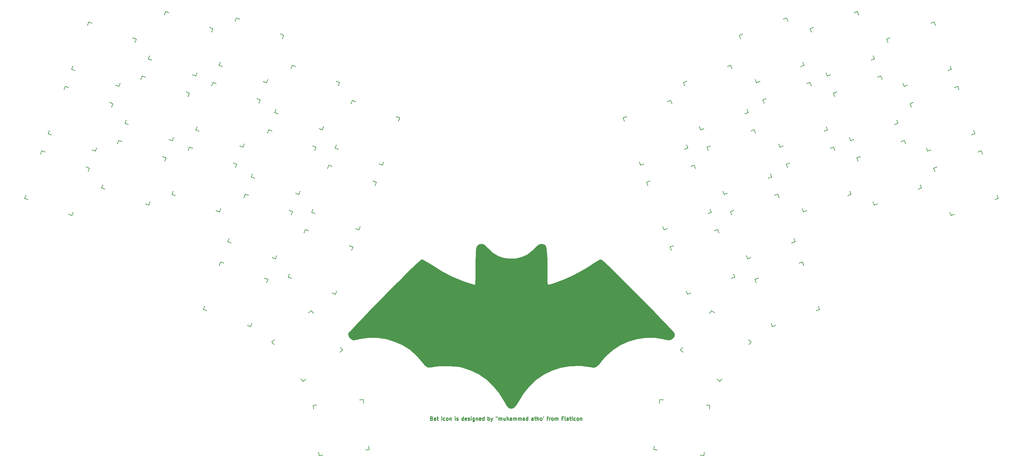
<source format=gbr>
%TF.GenerationSoftware,KiCad,Pcbnew,(7.0.0)*%
%TF.CreationDate,2023-03-24T16:17:47-04:00*%
%TF.ProjectId,pteropus,70746572-6f70-4757-932e-6b696361645f,rev?*%
%TF.SameCoordinates,Original*%
%TF.FileFunction,Legend,Top*%
%TF.FilePolarity,Positive*%
%FSLAX46Y46*%
G04 Gerber Fmt 4.6, Leading zero omitted, Abs format (unit mm)*
G04 Created by KiCad (PCBNEW (7.0.0)) date 2023-03-24 16:17:47*
%MOMM*%
%LPD*%
G01*
G04 APERTURE LIST*
%ADD10C,0.250000*%
%ADD11C,0.300000*%
%ADD12C,0.150000*%
G04 APERTURE END LIST*
D10*
X-22161905Y-100508571D02*
X-22019048Y-100556190D01*
X-22019048Y-100556190D02*
X-21971429Y-100603809D01*
X-21971429Y-100603809D02*
X-21923810Y-100699047D01*
X-21923810Y-100699047D02*
X-21923810Y-100841904D01*
X-21923810Y-100841904D02*
X-21971429Y-100937142D01*
X-21971429Y-100937142D02*
X-22019048Y-100984761D01*
X-22019048Y-100984761D02*
X-22114286Y-101032380D01*
X-22114286Y-101032380D02*
X-22495238Y-101032380D01*
X-22495238Y-101032380D02*
X-22495238Y-100032380D01*
X-22495238Y-100032380D02*
X-22161905Y-100032380D01*
X-22161905Y-100032380D02*
X-22066667Y-100080000D01*
X-22066667Y-100080000D02*
X-22019048Y-100127619D01*
X-22019048Y-100127619D02*
X-21971429Y-100222857D01*
X-21971429Y-100222857D02*
X-21971429Y-100318095D01*
X-21971429Y-100318095D02*
X-22019048Y-100413333D01*
X-22019048Y-100413333D02*
X-22066667Y-100460952D01*
X-22066667Y-100460952D02*
X-22161905Y-100508571D01*
X-22161905Y-100508571D02*
X-22495238Y-100508571D01*
X-21066667Y-101032380D02*
X-21066667Y-100508571D01*
X-21066667Y-100508571D02*
X-21114286Y-100413333D01*
X-21114286Y-100413333D02*
X-21209524Y-100365714D01*
X-21209524Y-100365714D02*
X-21400000Y-100365714D01*
X-21400000Y-100365714D02*
X-21495238Y-100413333D01*
X-21066667Y-100984761D02*
X-21161905Y-101032380D01*
X-21161905Y-101032380D02*
X-21400000Y-101032380D01*
X-21400000Y-101032380D02*
X-21495238Y-100984761D01*
X-21495238Y-100984761D02*
X-21542857Y-100889523D01*
X-21542857Y-100889523D02*
X-21542857Y-100794285D01*
X-21542857Y-100794285D02*
X-21495238Y-100699047D01*
X-21495238Y-100699047D02*
X-21400000Y-100651428D01*
X-21400000Y-100651428D02*
X-21161905Y-100651428D01*
X-21161905Y-100651428D02*
X-21066667Y-100603809D01*
X-20733333Y-100365714D02*
X-20352381Y-100365714D01*
X-20590476Y-100032380D02*
X-20590476Y-100889523D01*
X-20590476Y-100889523D02*
X-20542857Y-100984761D01*
X-20542857Y-100984761D02*
X-20447619Y-101032380D01*
X-20447619Y-101032380D02*
X-20352381Y-101032380D01*
X-19419047Y-101032380D02*
X-19419047Y-100365714D01*
X-19419047Y-100032380D02*
X-19466666Y-100080000D01*
X-19466666Y-100080000D02*
X-19419047Y-100127619D01*
X-19419047Y-100127619D02*
X-19371428Y-100080000D01*
X-19371428Y-100080000D02*
X-19419047Y-100032380D01*
X-19419047Y-100032380D02*
X-19419047Y-100127619D01*
X-18514286Y-100984761D02*
X-18609524Y-101032380D01*
X-18609524Y-101032380D02*
X-18800000Y-101032380D01*
X-18800000Y-101032380D02*
X-18895238Y-100984761D01*
X-18895238Y-100984761D02*
X-18942857Y-100937142D01*
X-18942857Y-100937142D02*
X-18990476Y-100841904D01*
X-18990476Y-100841904D02*
X-18990476Y-100556190D01*
X-18990476Y-100556190D02*
X-18942857Y-100460952D01*
X-18942857Y-100460952D02*
X-18895238Y-100413333D01*
X-18895238Y-100413333D02*
X-18800000Y-100365714D01*
X-18800000Y-100365714D02*
X-18609524Y-100365714D01*
X-18609524Y-100365714D02*
X-18514286Y-100413333D01*
X-17942857Y-101032380D02*
X-18038095Y-100984761D01*
X-18038095Y-100984761D02*
X-18085714Y-100937142D01*
X-18085714Y-100937142D02*
X-18133333Y-100841904D01*
X-18133333Y-100841904D02*
X-18133333Y-100556190D01*
X-18133333Y-100556190D02*
X-18085714Y-100460952D01*
X-18085714Y-100460952D02*
X-18038095Y-100413333D01*
X-18038095Y-100413333D02*
X-17942857Y-100365714D01*
X-17942857Y-100365714D02*
X-17800000Y-100365714D01*
X-17800000Y-100365714D02*
X-17704762Y-100413333D01*
X-17704762Y-100413333D02*
X-17657143Y-100460952D01*
X-17657143Y-100460952D02*
X-17609524Y-100556190D01*
X-17609524Y-100556190D02*
X-17609524Y-100841904D01*
X-17609524Y-100841904D02*
X-17657143Y-100937142D01*
X-17657143Y-100937142D02*
X-17704762Y-100984761D01*
X-17704762Y-100984761D02*
X-17800000Y-101032380D01*
X-17800000Y-101032380D02*
X-17942857Y-101032380D01*
X-17180952Y-100365714D02*
X-17180952Y-101032380D01*
X-17180952Y-100460952D02*
X-17133333Y-100413333D01*
X-17133333Y-100413333D02*
X-17038095Y-100365714D01*
X-17038095Y-100365714D02*
X-16895238Y-100365714D01*
X-16895238Y-100365714D02*
X-16800000Y-100413333D01*
X-16800000Y-100413333D02*
X-16752381Y-100508571D01*
X-16752381Y-100508571D02*
X-16752381Y-101032380D01*
X-15676190Y-101032380D02*
X-15676190Y-100365714D01*
X-15676190Y-100032380D02*
X-15723809Y-100080000D01*
X-15723809Y-100080000D02*
X-15676190Y-100127619D01*
X-15676190Y-100127619D02*
X-15628571Y-100080000D01*
X-15628571Y-100080000D02*
X-15676190Y-100032380D01*
X-15676190Y-100032380D02*
X-15676190Y-100127619D01*
X-15247619Y-100984761D02*
X-15152381Y-101032380D01*
X-15152381Y-101032380D02*
X-14961905Y-101032380D01*
X-14961905Y-101032380D02*
X-14866667Y-100984761D01*
X-14866667Y-100984761D02*
X-14819048Y-100889523D01*
X-14819048Y-100889523D02*
X-14819048Y-100841904D01*
X-14819048Y-100841904D02*
X-14866667Y-100746666D01*
X-14866667Y-100746666D02*
X-14961905Y-100699047D01*
X-14961905Y-100699047D02*
X-15104762Y-100699047D01*
X-15104762Y-100699047D02*
X-15200000Y-100651428D01*
X-15200000Y-100651428D02*
X-15247619Y-100556190D01*
X-15247619Y-100556190D02*
X-15247619Y-100508571D01*
X-15247619Y-100508571D02*
X-15200000Y-100413333D01*
X-15200000Y-100413333D02*
X-15104762Y-100365714D01*
X-15104762Y-100365714D02*
X-14961905Y-100365714D01*
X-14961905Y-100365714D02*
X-14866667Y-100413333D01*
X-13361905Y-101032380D02*
X-13361905Y-100032380D01*
X-13361905Y-100984761D02*
X-13457143Y-101032380D01*
X-13457143Y-101032380D02*
X-13647619Y-101032380D01*
X-13647619Y-101032380D02*
X-13742857Y-100984761D01*
X-13742857Y-100984761D02*
X-13790476Y-100937142D01*
X-13790476Y-100937142D02*
X-13838095Y-100841904D01*
X-13838095Y-100841904D02*
X-13838095Y-100556190D01*
X-13838095Y-100556190D02*
X-13790476Y-100460952D01*
X-13790476Y-100460952D02*
X-13742857Y-100413333D01*
X-13742857Y-100413333D02*
X-13647619Y-100365714D01*
X-13647619Y-100365714D02*
X-13457143Y-100365714D01*
X-13457143Y-100365714D02*
X-13361905Y-100413333D01*
X-12504762Y-100984761D02*
X-12600000Y-101032380D01*
X-12600000Y-101032380D02*
X-12790476Y-101032380D01*
X-12790476Y-101032380D02*
X-12885714Y-100984761D01*
X-12885714Y-100984761D02*
X-12933333Y-100889523D01*
X-12933333Y-100889523D02*
X-12933333Y-100508571D01*
X-12933333Y-100508571D02*
X-12885714Y-100413333D01*
X-12885714Y-100413333D02*
X-12790476Y-100365714D01*
X-12790476Y-100365714D02*
X-12600000Y-100365714D01*
X-12600000Y-100365714D02*
X-12504762Y-100413333D01*
X-12504762Y-100413333D02*
X-12457143Y-100508571D01*
X-12457143Y-100508571D02*
X-12457143Y-100603809D01*
X-12457143Y-100603809D02*
X-12933333Y-100699047D01*
X-12076190Y-100984761D02*
X-11980952Y-101032380D01*
X-11980952Y-101032380D02*
X-11790476Y-101032380D01*
X-11790476Y-101032380D02*
X-11695238Y-100984761D01*
X-11695238Y-100984761D02*
X-11647619Y-100889523D01*
X-11647619Y-100889523D02*
X-11647619Y-100841904D01*
X-11647619Y-100841904D02*
X-11695238Y-100746666D01*
X-11695238Y-100746666D02*
X-11790476Y-100699047D01*
X-11790476Y-100699047D02*
X-11933333Y-100699047D01*
X-11933333Y-100699047D02*
X-12028571Y-100651428D01*
X-12028571Y-100651428D02*
X-12076190Y-100556190D01*
X-12076190Y-100556190D02*
X-12076190Y-100508571D01*
X-12076190Y-100508571D02*
X-12028571Y-100413333D01*
X-12028571Y-100413333D02*
X-11933333Y-100365714D01*
X-11933333Y-100365714D02*
X-11790476Y-100365714D01*
X-11790476Y-100365714D02*
X-11695238Y-100413333D01*
X-11219047Y-101032380D02*
X-11219047Y-100365714D01*
X-11219047Y-100032380D02*
X-11266666Y-100080000D01*
X-11266666Y-100080000D02*
X-11219047Y-100127619D01*
X-11219047Y-100127619D02*
X-11171428Y-100080000D01*
X-11171428Y-100080000D02*
X-11219047Y-100032380D01*
X-11219047Y-100032380D02*
X-11219047Y-100127619D01*
X-10314286Y-100365714D02*
X-10314286Y-101175238D01*
X-10314286Y-101175238D02*
X-10361905Y-101270476D01*
X-10361905Y-101270476D02*
X-10409524Y-101318095D01*
X-10409524Y-101318095D02*
X-10504762Y-101365714D01*
X-10504762Y-101365714D02*
X-10647619Y-101365714D01*
X-10647619Y-101365714D02*
X-10742857Y-101318095D01*
X-10314286Y-100984761D02*
X-10409524Y-101032380D01*
X-10409524Y-101032380D02*
X-10600000Y-101032380D01*
X-10600000Y-101032380D02*
X-10695238Y-100984761D01*
X-10695238Y-100984761D02*
X-10742857Y-100937142D01*
X-10742857Y-100937142D02*
X-10790476Y-100841904D01*
X-10790476Y-100841904D02*
X-10790476Y-100556190D01*
X-10790476Y-100556190D02*
X-10742857Y-100460952D01*
X-10742857Y-100460952D02*
X-10695238Y-100413333D01*
X-10695238Y-100413333D02*
X-10600000Y-100365714D01*
X-10600000Y-100365714D02*
X-10409524Y-100365714D01*
X-10409524Y-100365714D02*
X-10314286Y-100413333D01*
X-9838095Y-100365714D02*
X-9838095Y-101032380D01*
X-9838095Y-100460952D02*
X-9790476Y-100413333D01*
X-9790476Y-100413333D02*
X-9695238Y-100365714D01*
X-9695238Y-100365714D02*
X-9552381Y-100365714D01*
X-9552381Y-100365714D02*
X-9457143Y-100413333D01*
X-9457143Y-100413333D02*
X-9409524Y-100508571D01*
X-9409524Y-100508571D02*
X-9409524Y-101032380D01*
X-8552381Y-100984761D02*
X-8647619Y-101032380D01*
X-8647619Y-101032380D02*
X-8838095Y-101032380D01*
X-8838095Y-101032380D02*
X-8933333Y-100984761D01*
X-8933333Y-100984761D02*
X-8980952Y-100889523D01*
X-8980952Y-100889523D02*
X-8980952Y-100508571D01*
X-8980952Y-100508571D02*
X-8933333Y-100413333D01*
X-8933333Y-100413333D02*
X-8838095Y-100365714D01*
X-8838095Y-100365714D02*
X-8647619Y-100365714D01*
X-8647619Y-100365714D02*
X-8552381Y-100413333D01*
X-8552381Y-100413333D02*
X-8504762Y-100508571D01*
X-8504762Y-100508571D02*
X-8504762Y-100603809D01*
X-8504762Y-100603809D02*
X-8980952Y-100699047D01*
X-7647619Y-101032380D02*
X-7647619Y-100032380D01*
X-7647619Y-100984761D02*
X-7742857Y-101032380D01*
X-7742857Y-101032380D02*
X-7933333Y-101032380D01*
X-7933333Y-101032380D02*
X-8028571Y-100984761D01*
X-8028571Y-100984761D02*
X-8076190Y-100937142D01*
X-8076190Y-100937142D02*
X-8123809Y-100841904D01*
X-8123809Y-100841904D02*
X-8123809Y-100556190D01*
X-8123809Y-100556190D02*
X-8076190Y-100460952D01*
X-8076190Y-100460952D02*
X-8028571Y-100413333D01*
X-8028571Y-100413333D02*
X-7933333Y-100365714D01*
X-7933333Y-100365714D02*
X-7742857Y-100365714D01*
X-7742857Y-100365714D02*
X-7647619Y-100413333D01*
X-6571428Y-101032380D02*
X-6571428Y-100032380D01*
X-6571428Y-100413333D02*
X-6476190Y-100365714D01*
X-6476190Y-100365714D02*
X-6285714Y-100365714D01*
X-6285714Y-100365714D02*
X-6190476Y-100413333D01*
X-6190476Y-100413333D02*
X-6142857Y-100460952D01*
X-6142857Y-100460952D02*
X-6095238Y-100556190D01*
X-6095238Y-100556190D02*
X-6095238Y-100841904D01*
X-6095238Y-100841904D02*
X-6142857Y-100937142D01*
X-6142857Y-100937142D02*
X-6190476Y-100984761D01*
X-6190476Y-100984761D02*
X-6285714Y-101032380D01*
X-6285714Y-101032380D02*
X-6476190Y-101032380D01*
X-6476190Y-101032380D02*
X-6571428Y-100984761D01*
X-5761904Y-100365714D02*
X-5523809Y-101032380D01*
X-5285714Y-100365714D02*
X-5523809Y-101032380D01*
X-5523809Y-101032380D02*
X-5619047Y-101270476D01*
X-5619047Y-101270476D02*
X-5666666Y-101318095D01*
X-5666666Y-101318095D02*
X-5761904Y-101365714D01*
X-4352380Y-100032380D02*
X-4352380Y-100222857D01*
X-3971428Y-100032380D02*
X-3971428Y-100222857D01*
X-3542856Y-101032380D02*
X-3542856Y-100365714D01*
X-3542856Y-100460952D02*
X-3495237Y-100413333D01*
X-3495237Y-100413333D02*
X-3399999Y-100365714D01*
X-3399999Y-100365714D02*
X-3257142Y-100365714D01*
X-3257142Y-100365714D02*
X-3161904Y-100413333D01*
X-3161904Y-100413333D02*
X-3114285Y-100508571D01*
X-3114285Y-100508571D02*
X-3114285Y-101032380D01*
X-3114285Y-100508571D02*
X-3066666Y-100413333D01*
X-3066666Y-100413333D02*
X-2971428Y-100365714D01*
X-2971428Y-100365714D02*
X-2828571Y-100365714D01*
X-2828571Y-100365714D02*
X-2733332Y-100413333D01*
X-2733332Y-100413333D02*
X-2685713Y-100508571D01*
X-2685713Y-100508571D02*
X-2685713Y-101032380D01*
X-1780952Y-100365714D02*
X-1780952Y-101032380D01*
X-2209523Y-100365714D02*
X-2209523Y-100889523D01*
X-2209523Y-100889523D02*
X-2161904Y-100984761D01*
X-2161904Y-100984761D02*
X-2066666Y-101032380D01*
X-2066666Y-101032380D02*
X-1923809Y-101032380D01*
X-1923809Y-101032380D02*
X-1828571Y-100984761D01*
X-1828571Y-100984761D02*
X-1780952Y-100937142D01*
X-1304761Y-101032380D02*
X-1304761Y-100032380D01*
X-876190Y-101032380D02*
X-876190Y-100508571D01*
X-876190Y-100508571D02*
X-923809Y-100413333D01*
X-923809Y-100413333D02*
X-1019047Y-100365714D01*
X-1019047Y-100365714D02*
X-1161904Y-100365714D01*
X-1161904Y-100365714D02*
X-1257142Y-100413333D01*
X-1257142Y-100413333D02*
X-1304761Y-100460952D01*
X28571Y-101032380D02*
X28571Y-100508571D01*
X28571Y-100508571D02*
X-19047Y-100413333D01*
X-19047Y-100413333D02*
X-114285Y-100365714D01*
X-114285Y-100365714D02*
X-304761Y-100365714D01*
X-304761Y-100365714D02*
X-399999Y-100413333D01*
X28571Y-100984761D02*
X-66666Y-101032380D01*
X-66666Y-101032380D02*
X-304761Y-101032380D01*
X-304761Y-101032380D02*
X-399999Y-100984761D01*
X-399999Y-100984761D02*
X-447618Y-100889523D01*
X-447618Y-100889523D02*
X-447618Y-100794285D01*
X-447618Y-100794285D02*
X-399999Y-100699047D01*
X-399999Y-100699047D02*
X-304761Y-100651428D01*
X-304761Y-100651428D02*
X-66666Y-100651428D01*
X-66666Y-100651428D02*
X28571Y-100603809D01*
X504762Y-101032380D02*
X504762Y-100365714D01*
X504762Y-100460952D02*
X552381Y-100413333D01*
X552381Y-100413333D02*
X647619Y-100365714D01*
X647619Y-100365714D02*
X790476Y-100365714D01*
X790476Y-100365714D02*
X885714Y-100413333D01*
X885714Y-100413333D02*
X933333Y-100508571D01*
X933333Y-100508571D02*
X933333Y-101032380D01*
X933333Y-100508571D02*
X980952Y-100413333D01*
X980952Y-100413333D02*
X1076190Y-100365714D01*
X1076190Y-100365714D02*
X1219047Y-100365714D01*
X1219047Y-100365714D02*
X1314286Y-100413333D01*
X1314286Y-100413333D02*
X1361905Y-100508571D01*
X1361905Y-100508571D02*
X1361905Y-101032380D01*
X1838095Y-101032380D02*
X1838095Y-100365714D01*
X1838095Y-100460952D02*
X1885714Y-100413333D01*
X1885714Y-100413333D02*
X1980952Y-100365714D01*
X1980952Y-100365714D02*
X2123809Y-100365714D01*
X2123809Y-100365714D02*
X2219047Y-100413333D01*
X2219047Y-100413333D02*
X2266666Y-100508571D01*
X2266666Y-100508571D02*
X2266666Y-101032380D01*
X2266666Y-100508571D02*
X2314285Y-100413333D01*
X2314285Y-100413333D02*
X2409523Y-100365714D01*
X2409523Y-100365714D02*
X2552380Y-100365714D01*
X2552380Y-100365714D02*
X2647619Y-100413333D01*
X2647619Y-100413333D02*
X2695238Y-100508571D01*
X2695238Y-100508571D02*
X2695238Y-101032380D01*
X3599999Y-101032380D02*
X3599999Y-100508571D01*
X3599999Y-100508571D02*
X3552380Y-100413333D01*
X3552380Y-100413333D02*
X3457142Y-100365714D01*
X3457142Y-100365714D02*
X3266666Y-100365714D01*
X3266666Y-100365714D02*
X3171428Y-100413333D01*
X3599999Y-100984761D02*
X3504761Y-101032380D01*
X3504761Y-101032380D02*
X3266666Y-101032380D01*
X3266666Y-101032380D02*
X3171428Y-100984761D01*
X3171428Y-100984761D02*
X3123809Y-100889523D01*
X3123809Y-100889523D02*
X3123809Y-100794285D01*
X3123809Y-100794285D02*
X3171428Y-100699047D01*
X3171428Y-100699047D02*
X3266666Y-100651428D01*
X3266666Y-100651428D02*
X3504761Y-100651428D01*
X3504761Y-100651428D02*
X3599999Y-100603809D01*
X4504761Y-101032380D02*
X4504761Y-100032380D01*
X4504761Y-100984761D02*
X4409523Y-101032380D01*
X4409523Y-101032380D02*
X4219047Y-101032380D01*
X4219047Y-101032380D02*
X4123809Y-100984761D01*
X4123809Y-100984761D02*
X4076190Y-100937142D01*
X4076190Y-100937142D02*
X4028571Y-100841904D01*
X4028571Y-100841904D02*
X4028571Y-100556190D01*
X4028571Y-100556190D02*
X4076190Y-100460952D01*
X4076190Y-100460952D02*
X4123809Y-100413333D01*
X4123809Y-100413333D02*
X4219047Y-100365714D01*
X4219047Y-100365714D02*
X4409523Y-100365714D01*
X4409523Y-100365714D02*
X4504761Y-100413333D01*
X6009523Y-101032380D02*
X6009523Y-100508571D01*
X6009523Y-100508571D02*
X5961904Y-100413333D01*
X5961904Y-100413333D02*
X5866666Y-100365714D01*
X5866666Y-100365714D02*
X5676190Y-100365714D01*
X5676190Y-100365714D02*
X5580952Y-100413333D01*
X6009523Y-100984761D02*
X5914285Y-101032380D01*
X5914285Y-101032380D02*
X5676190Y-101032380D01*
X5676190Y-101032380D02*
X5580952Y-100984761D01*
X5580952Y-100984761D02*
X5533333Y-100889523D01*
X5533333Y-100889523D02*
X5533333Y-100794285D01*
X5533333Y-100794285D02*
X5580952Y-100699047D01*
X5580952Y-100699047D02*
X5676190Y-100651428D01*
X5676190Y-100651428D02*
X5914285Y-100651428D01*
X5914285Y-100651428D02*
X6009523Y-100603809D01*
X6342857Y-100365714D02*
X6723809Y-100365714D01*
X6485714Y-100032380D02*
X6485714Y-100889523D01*
X6485714Y-100889523D02*
X6533333Y-100984761D01*
X6533333Y-100984761D02*
X6628571Y-101032380D01*
X6628571Y-101032380D02*
X6723809Y-101032380D01*
X7057143Y-101032380D02*
X7057143Y-100032380D01*
X7485714Y-101032380D02*
X7485714Y-100508571D01*
X7485714Y-100508571D02*
X7438095Y-100413333D01*
X7438095Y-100413333D02*
X7342857Y-100365714D01*
X7342857Y-100365714D02*
X7200000Y-100365714D01*
X7200000Y-100365714D02*
X7104762Y-100413333D01*
X7104762Y-100413333D02*
X7057143Y-100460952D01*
X8104762Y-101032380D02*
X8009524Y-100984761D01*
X8009524Y-100984761D02*
X7961905Y-100937142D01*
X7961905Y-100937142D02*
X7914286Y-100841904D01*
X7914286Y-100841904D02*
X7914286Y-100556190D01*
X7914286Y-100556190D02*
X7961905Y-100460952D01*
X7961905Y-100460952D02*
X8009524Y-100413333D01*
X8009524Y-100413333D02*
X8104762Y-100365714D01*
X8104762Y-100365714D02*
X8247619Y-100365714D01*
X8247619Y-100365714D02*
X8342857Y-100413333D01*
X8342857Y-100413333D02*
X8390476Y-100460952D01*
X8390476Y-100460952D02*
X8438095Y-100556190D01*
X8438095Y-100556190D02*
X8438095Y-100841904D01*
X8438095Y-100841904D02*
X8390476Y-100937142D01*
X8390476Y-100937142D02*
X8342857Y-100984761D01*
X8342857Y-100984761D02*
X8247619Y-101032380D01*
X8247619Y-101032380D02*
X8104762Y-101032380D01*
X8914286Y-100032380D02*
X8819048Y-100222857D01*
X9800000Y-100365714D02*
X10180952Y-100365714D01*
X9942857Y-101032380D02*
X9942857Y-100175238D01*
X9942857Y-100175238D02*
X9990476Y-100080000D01*
X9990476Y-100080000D02*
X10085714Y-100032380D01*
X10085714Y-100032380D02*
X10180952Y-100032380D01*
X10514286Y-101032380D02*
X10514286Y-100365714D01*
X10514286Y-100556190D02*
X10561905Y-100460952D01*
X10561905Y-100460952D02*
X10609524Y-100413333D01*
X10609524Y-100413333D02*
X10704762Y-100365714D01*
X10704762Y-100365714D02*
X10800000Y-100365714D01*
X11276191Y-101032380D02*
X11180953Y-100984761D01*
X11180953Y-100984761D02*
X11133334Y-100937142D01*
X11133334Y-100937142D02*
X11085715Y-100841904D01*
X11085715Y-100841904D02*
X11085715Y-100556190D01*
X11085715Y-100556190D02*
X11133334Y-100460952D01*
X11133334Y-100460952D02*
X11180953Y-100413333D01*
X11180953Y-100413333D02*
X11276191Y-100365714D01*
X11276191Y-100365714D02*
X11419048Y-100365714D01*
X11419048Y-100365714D02*
X11514286Y-100413333D01*
X11514286Y-100413333D02*
X11561905Y-100460952D01*
X11561905Y-100460952D02*
X11609524Y-100556190D01*
X11609524Y-100556190D02*
X11609524Y-100841904D01*
X11609524Y-100841904D02*
X11561905Y-100937142D01*
X11561905Y-100937142D02*
X11514286Y-100984761D01*
X11514286Y-100984761D02*
X11419048Y-101032380D01*
X11419048Y-101032380D02*
X11276191Y-101032380D01*
X12038096Y-101032380D02*
X12038096Y-100365714D01*
X12038096Y-100460952D02*
X12085715Y-100413333D01*
X12085715Y-100413333D02*
X12180953Y-100365714D01*
X12180953Y-100365714D02*
X12323810Y-100365714D01*
X12323810Y-100365714D02*
X12419048Y-100413333D01*
X12419048Y-100413333D02*
X12466667Y-100508571D01*
X12466667Y-100508571D02*
X12466667Y-101032380D01*
X12466667Y-100508571D02*
X12514286Y-100413333D01*
X12514286Y-100413333D02*
X12609524Y-100365714D01*
X12609524Y-100365714D02*
X12752381Y-100365714D01*
X12752381Y-100365714D02*
X12847620Y-100413333D01*
X12847620Y-100413333D02*
X12895239Y-100508571D01*
X12895239Y-100508571D02*
X12895239Y-101032380D01*
X14304762Y-100508571D02*
X13971429Y-100508571D01*
X13971429Y-101032380D02*
X13971429Y-100032380D01*
X13971429Y-100032380D02*
X14447619Y-100032380D01*
X14971429Y-101032380D02*
X14876191Y-100984761D01*
X14876191Y-100984761D02*
X14828572Y-100889523D01*
X14828572Y-100889523D02*
X14828572Y-100032380D01*
X15780953Y-101032380D02*
X15780953Y-100508571D01*
X15780953Y-100508571D02*
X15733334Y-100413333D01*
X15733334Y-100413333D02*
X15638096Y-100365714D01*
X15638096Y-100365714D02*
X15447620Y-100365714D01*
X15447620Y-100365714D02*
X15352382Y-100413333D01*
X15780953Y-100984761D02*
X15685715Y-101032380D01*
X15685715Y-101032380D02*
X15447620Y-101032380D01*
X15447620Y-101032380D02*
X15352382Y-100984761D01*
X15352382Y-100984761D02*
X15304763Y-100889523D01*
X15304763Y-100889523D02*
X15304763Y-100794285D01*
X15304763Y-100794285D02*
X15352382Y-100699047D01*
X15352382Y-100699047D02*
X15447620Y-100651428D01*
X15447620Y-100651428D02*
X15685715Y-100651428D01*
X15685715Y-100651428D02*
X15780953Y-100603809D01*
X16114287Y-100365714D02*
X16495239Y-100365714D01*
X16257144Y-100032380D02*
X16257144Y-100889523D01*
X16257144Y-100889523D02*
X16304763Y-100984761D01*
X16304763Y-100984761D02*
X16400001Y-101032380D01*
X16400001Y-101032380D02*
X16495239Y-101032380D01*
X16828573Y-101032380D02*
X16828573Y-100365714D01*
X16828573Y-100032380D02*
X16780954Y-100080000D01*
X16780954Y-100080000D02*
X16828573Y-100127619D01*
X16828573Y-100127619D02*
X16876192Y-100080000D01*
X16876192Y-100080000D02*
X16828573Y-100032380D01*
X16828573Y-100032380D02*
X16828573Y-100127619D01*
X17733334Y-100984761D02*
X17638096Y-101032380D01*
X17638096Y-101032380D02*
X17447620Y-101032380D01*
X17447620Y-101032380D02*
X17352382Y-100984761D01*
X17352382Y-100984761D02*
X17304763Y-100937142D01*
X17304763Y-100937142D02*
X17257144Y-100841904D01*
X17257144Y-100841904D02*
X17257144Y-100556190D01*
X17257144Y-100556190D02*
X17304763Y-100460952D01*
X17304763Y-100460952D02*
X17352382Y-100413333D01*
X17352382Y-100413333D02*
X17447620Y-100365714D01*
X17447620Y-100365714D02*
X17638096Y-100365714D01*
X17638096Y-100365714D02*
X17733334Y-100413333D01*
X18304763Y-101032380D02*
X18209525Y-100984761D01*
X18209525Y-100984761D02*
X18161906Y-100937142D01*
X18161906Y-100937142D02*
X18114287Y-100841904D01*
X18114287Y-100841904D02*
X18114287Y-100556190D01*
X18114287Y-100556190D02*
X18161906Y-100460952D01*
X18161906Y-100460952D02*
X18209525Y-100413333D01*
X18209525Y-100413333D02*
X18304763Y-100365714D01*
X18304763Y-100365714D02*
X18447620Y-100365714D01*
X18447620Y-100365714D02*
X18542858Y-100413333D01*
X18542858Y-100413333D02*
X18590477Y-100460952D01*
X18590477Y-100460952D02*
X18638096Y-100556190D01*
X18638096Y-100556190D02*
X18638096Y-100841904D01*
X18638096Y-100841904D02*
X18590477Y-100937142D01*
X18590477Y-100937142D02*
X18542858Y-100984761D01*
X18542858Y-100984761D02*
X18447620Y-101032380D01*
X18447620Y-101032380D02*
X18304763Y-101032380D01*
X19066668Y-100365714D02*
X19066668Y-101032380D01*
X19066668Y-100460952D02*
X19114287Y-100413333D01*
X19114287Y-100413333D02*
X19209525Y-100365714D01*
X19209525Y-100365714D02*
X19352382Y-100365714D01*
X19352382Y-100365714D02*
X19447620Y-100413333D01*
X19447620Y-100413333D02*
X19495239Y-100508571D01*
X19495239Y-100508571D02*
X19495239Y-101032380D01*
D11*
%TO.C,G\u002A\u002A\u002A*%
X-1321427Y-74122500D02*
X-1464285Y-74051071D01*
X-1464285Y-74051071D02*
X-1678570Y-74051071D01*
X-1678570Y-74051071D02*
X-1892856Y-74122500D01*
X-1892856Y-74122500D02*
X-2035713Y-74265357D01*
X-2035713Y-74265357D02*
X-2107142Y-74408214D01*
X-2107142Y-74408214D02*
X-2178570Y-74693928D01*
X-2178570Y-74693928D02*
X-2178570Y-74908214D01*
X-2178570Y-74908214D02*
X-2107142Y-75193928D01*
X-2107142Y-75193928D02*
X-2035713Y-75336785D01*
X-2035713Y-75336785D02*
X-1892856Y-75479642D01*
X-1892856Y-75479642D02*
X-1678570Y-75551071D01*
X-1678570Y-75551071D02*
X-1535713Y-75551071D01*
X-1535713Y-75551071D02*
X-1321427Y-75479642D01*
X-1321427Y-75479642D02*
X-1249999Y-75408214D01*
X-1249999Y-75408214D02*
X-1249999Y-74908214D01*
X-1249999Y-74908214D02*
X-1535713Y-74908214D01*
X-392856Y-74051071D02*
X-392856Y-74408214D01*
X-749999Y-74265357D02*
X-392856Y-74408214D01*
X-392856Y-74408214D02*
X-35713Y-74265357D01*
X-607142Y-74693928D02*
X-392856Y-74408214D01*
X-392856Y-74408214D02*
X-178570Y-74693928D01*
X750000Y-74051071D02*
X750000Y-74408214D01*
X392857Y-74265357D02*
X750000Y-74408214D01*
X750000Y-74408214D02*
X1107143Y-74265357D01*
X535714Y-74693928D02*
X750000Y-74408214D01*
X750000Y-74408214D02*
X964286Y-74693928D01*
X1892857Y-74051071D02*
X1892857Y-74408214D01*
X1535714Y-74265357D02*
X1892857Y-74408214D01*
X1892857Y-74408214D02*
X2250000Y-74265357D01*
X1678571Y-74693928D02*
X1892857Y-74408214D01*
X1892857Y-74408214D02*
X2107143Y-74693928D01*
D12*
%TO.C,SW19*%
X54589031Y-26185985D02*
X54247011Y-25246293D01*
X59035293Y-38401989D02*
X58693273Y-37462297D01*
X59035293Y-38401989D02*
X59974985Y-38059969D01*
X55186703Y-24904273D02*
X54247011Y-25246293D01*
X71251297Y-33955727D02*
X72190989Y-33613707D01*
X67402707Y-20458011D02*
X66463015Y-20800031D01*
X67402707Y-20458011D02*
X67744727Y-21397703D01*
X71848969Y-32674015D02*
X72190989Y-33613707D01*
%TO.C,SW27*%
X-57556727Y-49103703D02*
X-57214707Y-48164011D01*
X-62002989Y-61319707D02*
X-61660969Y-60380015D01*
X-62002989Y-61319707D02*
X-61063297Y-61661727D01*
X-56275015Y-48506031D02*
X-57214707Y-48164011D01*
X-49786985Y-65765969D02*
X-48847293Y-66107989D01*
X-44059011Y-52952293D02*
X-44998703Y-52610273D01*
X-44059011Y-52952293D02*
X-44401031Y-53891985D01*
X-48505273Y-65168297D02*
X-48847293Y-66107989D01*
%TO.C,SW5*%
X-76736727Y9596297D02*
X-76394707Y10535989D01*
X-81182989Y-2619707D02*
X-80840969Y-1680015D01*
X-81182989Y-2619707D02*
X-80243297Y-2961727D01*
X-75455015Y10193969D02*
X-76394707Y10535989D01*
X-68966985Y-7065969D02*
X-68027293Y-7407989D01*
X-63239011Y5747707D02*
X-64178703Y6089727D01*
X-63239011Y5747707D02*
X-63581031Y4808015D01*
X-67685273Y-6468297D02*
X-68027293Y-7407989D01*
%TO.C,SW18*%
X37885031Y-35989985D02*
X37543011Y-35050293D01*
X42331293Y-48205989D02*
X41989273Y-47266297D01*
X42331293Y-48205989D02*
X43270985Y-47863969D01*
X38482703Y-34708273D02*
X37543011Y-35050293D01*
X54547297Y-43759727D02*
X55486989Y-43417707D01*
X50698707Y-30262011D02*
X49759015Y-30604031D01*
X50698707Y-30262011D02*
X51040727Y-31201703D01*
X55144969Y-42478015D02*
X55486989Y-43417707D01*
%TO.C,SW12*%
X104513031Y3744015D02*
X104171011Y4683707D01*
X108959293Y-8471989D02*
X108617273Y-7532297D01*
X108959293Y-8471989D02*
X109898985Y-8129969D01*
X105110703Y5025727D02*
X104171011Y4683707D01*
X121175297Y-4025727D02*
X122114989Y-3683707D01*
X117326707Y9471989D02*
X116387015Y9129969D01*
X117326707Y9471989D02*
X117668727Y8532297D01*
X121772969Y-2744015D02*
X122114989Y-3683707D01*
%TO.C,SW10*%
X63581031Y4808015D02*
X63239011Y5747707D01*
X68027293Y-7407989D02*
X67685273Y-6468297D01*
X68027293Y-7407989D02*
X68966985Y-7065969D01*
X64178703Y6089727D02*
X63239011Y5747707D01*
X80243297Y-2961727D02*
X81182989Y-2619707D01*
X76394707Y10535989D02*
X75455015Y10193969D01*
X76394707Y10535989D02*
X76736727Y9596297D01*
X80840969Y-1680015D02*
X81182989Y-2619707D01*
%TO.C,SW11*%
X83192031Y6625015D02*
X82850011Y7564707D01*
X87638293Y-5590989D02*
X87296273Y-4651297D01*
X87638293Y-5590989D02*
X88577985Y-5248969D01*
X83789703Y7906727D02*
X82850011Y7564707D01*
X99854297Y-1144727D02*
X100793989Y-802707D01*
X96005707Y12352989D02*
X95066015Y12010969D01*
X96005707Y12352989D02*
X96347727Y11413297D01*
X100451969Y136985D02*
X100793989Y-802707D01*
%TO.C,SW16*%
X-67745727Y-21397703D02*
X-67403707Y-20458011D01*
X-72191989Y-33613707D02*
X-71849969Y-32674015D01*
X-72191989Y-33613707D02*
X-71252297Y-33955727D01*
X-66464015Y-20800031D02*
X-67403707Y-20458011D01*
X-59975985Y-38059969D02*
X-59036293Y-38401989D01*
X-54248011Y-25246293D02*
X-55187703Y-24904273D01*
X-54248011Y-25246293D02*
X-54590031Y-26185985D01*
X-58694273Y-37462297D02*
X-59036293Y-38401989D01*
%TO.C,SW4*%
X-96348727Y11413297D02*
X-96006707Y12352989D01*
X-100794989Y-802707D02*
X-100452969Y136985D01*
X-100794989Y-802707D02*
X-99855297Y-1144727D01*
X-95067015Y12010969D02*
X-96006707Y12352989D01*
X-88578985Y-5248969D02*
X-87639293Y-5590989D01*
X-82851011Y7564707D02*
X-83790703Y7906727D01*
X-82851011Y7564707D02*
X-83193031Y6625015D01*
X-87297273Y-4651297D02*
X-87639293Y-5590989D01*
%TO.C,SW14*%
X-102863727Y-6487703D02*
X-102521707Y-5548011D01*
X-107309989Y-18703707D02*
X-106967969Y-17764015D01*
X-107309989Y-18703707D02*
X-106370297Y-19045727D01*
X-101582015Y-5890031D02*
X-102521707Y-5548011D01*
X-95093985Y-23149969D02*
X-94154293Y-23491989D01*
X-89366011Y-10336293D02*
X-90305703Y-9994273D01*
X-89366011Y-10336293D02*
X-89708031Y-11275985D01*
X-93812273Y-22552297D02*
X-94154293Y-23491989D01*
%TO.C,SW25*%
X-89767727Y-26205703D02*
X-89425707Y-25266011D01*
X-94213989Y-38421707D02*
X-93871969Y-37482015D01*
X-94213989Y-38421707D02*
X-93274297Y-38763727D01*
X-88486015Y-25608031D02*
X-89425707Y-25266011D01*
X-81997985Y-42867969D02*
X-81058293Y-43209989D01*
X-76270011Y-30054293D02*
X-77209703Y-29712273D01*
X-76270011Y-30054293D02*
X-76612031Y-30993985D01*
X-80716273Y-42270297D02*
X-81058293Y-43209989D01*
%TO.C,SW8*%
X31370031Y-18088985D02*
X31028011Y-17149293D01*
X35816293Y-30304989D02*
X35474273Y-29365297D01*
X35816293Y-30304989D02*
X36755985Y-29962969D01*
X31967703Y-16807273D02*
X31028011Y-17149293D01*
X48032297Y-25858727D02*
X48971989Y-25516707D01*
X44183707Y-12361011D02*
X43244015Y-12703031D01*
X44183707Y-12361011D02*
X44525727Y-13300703D01*
X48629969Y-24577015D02*
X48971989Y-25516707D01*
%TO.C,SW15*%
X-83220727Y-8304703D02*
X-82878707Y-7365011D01*
X-87666989Y-20520707D02*
X-87324969Y-19581015D01*
X-87666989Y-20520707D02*
X-86727297Y-20862727D01*
X-81939015Y-7707031D02*
X-82878707Y-7365011D01*
X-75450985Y-24966969D02*
X-74511293Y-25308989D01*
X-69723011Y-12153293D02*
X-70662703Y-11811273D01*
X-69723011Y-12153293D02*
X-70065031Y-13092985D01*
X-74169273Y-24369297D02*
X-74511293Y-25308989D01*
%TO.C,SW28*%
X44401031Y-53891985D02*
X44059011Y-52952293D01*
X48847293Y-66107989D02*
X48505273Y-65168297D01*
X48847293Y-66107989D02*
X49786985Y-65765969D01*
X44998703Y-52610273D02*
X44059011Y-52952293D01*
X61063297Y-61661727D02*
X62002989Y-61319707D01*
X57214707Y-48164011D02*
X56275015Y-48506031D01*
X57214707Y-48164011D02*
X57556727Y-49103703D01*
X61660969Y-60380015D02*
X62002989Y-61319707D01*
%TO.C,SW3*%
X-117669727Y8532297D02*
X-117327707Y9471989D01*
X-122115989Y-3683707D02*
X-121773969Y-2744015D01*
X-122115989Y-3683707D02*
X-121176297Y-4025727D01*
X-116388015Y9129969D02*
X-117327707Y9471989D01*
X-109899985Y-8129969D02*
X-108960293Y-8471989D01*
X-104172011Y4683707D02*
X-105111703Y5025727D01*
X-104172011Y4683707D02*
X-104514031Y3744015D01*
X-108618273Y-7532297D02*
X-108960293Y-8471989D01*
%TO.C,SW20*%
X70096031Y-13092985D02*
X69754011Y-12153293D01*
X74542293Y-25308989D02*
X74200273Y-24369297D01*
X74542293Y-25308989D02*
X75481985Y-24966969D01*
X70693703Y-11811273D02*
X69754011Y-12153293D01*
X86758297Y-20862727D02*
X87697989Y-20520707D01*
X82909707Y-7365011D02*
X81970015Y-7707031D01*
X82909707Y-7365011D02*
X83251727Y-8304703D01*
X87355969Y-19581015D02*
X87697989Y-20520707D01*
%TO.C,SW34*%
X-56351482Y-71242197D02*
X-55567897Y-70620913D01*
X-66538087Y-79318897D02*
X-65754502Y-78697612D01*
X-66538087Y-79318897D02*
X-65916803Y-80102482D01*
X-54946612Y-71404498D02*
X-55567897Y-70620913D01*
X-58461388Y-89505502D02*
X-57840103Y-90289087D01*
X-46869913Y-81591103D02*
X-47491197Y-80807518D01*
X-46869913Y-81591103D02*
X-47653498Y-82212388D01*
X-57056518Y-89667803D02*
X-57840103Y-90289087D01*
%TO.C,SW38*%
X67945031Y-62880985D02*
X67603011Y-61941293D01*
X72391293Y-75096989D02*
X72049273Y-74157297D01*
X72391293Y-75096989D02*
X73330985Y-74754969D01*
X68542703Y-61599273D02*
X67603011Y-61941293D01*
X84607297Y-70650727D02*
X85546989Y-70308707D01*
X80758707Y-57153011D02*
X79819015Y-57495031D01*
X80758707Y-57153011D02*
X81100727Y-58092703D01*
X85204969Y-69369015D02*
X85546989Y-70308707D01*
%TO.C,SW26*%
X-74260727Y-39298703D02*
X-73918707Y-38359011D01*
X-78706989Y-51514707D02*
X-78364969Y-50575015D01*
X-78706989Y-51514707D02*
X-77767297Y-51856727D01*
X-72979015Y-38701031D02*
X-73918707Y-38359011D01*
X-66490985Y-55960969D02*
X-65551293Y-56302989D01*
X-60763011Y-43147293D02*
X-61702703Y-42805273D01*
X-60763011Y-43147293D02*
X-61105031Y-44086985D01*
X-65209273Y-55363297D02*
X-65551293Y-56302989D01*
%TO.C,SW24*%
X-109379727Y-24388703D02*
X-109037707Y-23449011D01*
X-113825989Y-36604707D02*
X-113483969Y-35665015D01*
X-113825989Y-36604707D02*
X-112886297Y-36946727D01*
X-108098015Y-23791031D02*
X-109037707Y-23449011D01*
X-101609985Y-41050969D02*
X-100670293Y-41392989D01*
X-95882011Y-28237293D02*
X-96821703Y-27895273D01*
X-95882011Y-28237293D02*
X-96224031Y-29176985D01*
X-100328273Y-40453297D02*
X-100670293Y-41392989D01*
%TO.C,SW22*%
X111029031Y-14156985D02*
X110687011Y-13217293D01*
X115475293Y-26372989D02*
X115133273Y-25433297D01*
X115475293Y-26372989D02*
X116414985Y-26030969D01*
X111626703Y-12875273D02*
X110687011Y-13217293D01*
X127691297Y-21926727D02*
X128630989Y-21584707D01*
X123842707Y-8429011D02*
X122903015Y-8771031D01*
X123842707Y-8429011D02*
X124184727Y-9368703D01*
X128288969Y-20645015D02*
X128630989Y-21584707D01*
%TO.C,SW33*%
X-81101727Y-58092703D02*
X-80759707Y-57153011D01*
X-85547989Y-70308707D02*
X-85205969Y-69369015D01*
X-85547989Y-70308707D02*
X-84608297Y-70650727D01*
X-79820015Y-57495031D02*
X-80759707Y-57153011D01*
X-73331985Y-74754969D02*
X-72392293Y-75096989D01*
X-67604011Y-61941293D02*
X-68543703Y-61599273D01*
X-67604011Y-61941293D02*
X-67946031Y-62880985D01*
X-72050273Y-74157297D02*
X-72392293Y-75096989D01*
%TO.C,SW32*%
X117544031Y-32057985D02*
X117202011Y-31118293D01*
X121990293Y-44273989D02*
X121648273Y-43334297D01*
X121990293Y-44273989D02*
X122929985Y-43931969D01*
X118141703Y-30776273D02*
X117202011Y-31118293D01*
X134206297Y-39827727D02*
X135145989Y-39485707D01*
X130357707Y-26330011D02*
X129418015Y-26672031D01*
X130357707Y-26330011D02*
X130699727Y-27269703D01*
X134803969Y-38546015D02*
X135145989Y-39485707D01*
%TO.C,SW37*%
X47652498Y-82212388D02*
X46868913Y-81591103D01*
X57839103Y-90289087D02*
X57055518Y-89667803D01*
X57839103Y-90289087D02*
X58460388Y-89505502D01*
X47490197Y-80807518D02*
X46868913Y-81591103D01*
X65915803Y-80102482D02*
X66537087Y-79318897D01*
X55566897Y-70620913D02*
X54945612Y-71404498D01*
X55566897Y-70620913D02*
X56350482Y-71242197D01*
X65753502Y-78697612D02*
X66537087Y-79318897D01*
%TO.C,SW9*%
X48074031Y-8284985D02*
X47732011Y-7345293D01*
X52520293Y-20500989D02*
X52178273Y-19561297D01*
X52520293Y-20500989D02*
X53459985Y-20158969D01*
X48671703Y-7003273D02*
X47732011Y-7345293D01*
X64736297Y-16054727D02*
X65675989Y-15712707D01*
X60887707Y-2557011D02*
X59948015Y-2899031D01*
X60887707Y-2557011D02*
X61229727Y-3496703D01*
X65333969Y-14773015D02*
X65675989Y-15712707D01*
%TO.C,SW6*%
X-61229727Y-3496703D02*
X-60887707Y-2557011D01*
X-65675989Y-15712707D02*
X-65333969Y-14773015D01*
X-65675989Y-15712707D02*
X-64736297Y-16054727D01*
X-59948015Y-2899031D02*
X-60887707Y-2557011D01*
X-53459985Y-20158969D02*
X-52520293Y-20500989D01*
X-47732011Y-7345293D02*
X-48671703Y-7003273D01*
X-47732011Y-7345293D02*
X-48074031Y-8284985D01*
X-52178273Y-19561297D02*
X-52520293Y-20500989D01*
%TO.C,SW7*%
X-44525727Y-13300703D02*
X-44183707Y-12361011D01*
X-48971989Y-25516707D02*
X-48629969Y-24577015D01*
X-48971989Y-25516707D02*
X-48032297Y-25858727D01*
X-43244015Y-12703031D02*
X-44183707Y-12361011D01*
X-36755985Y-29962969D02*
X-35816293Y-30304989D01*
X-31028011Y-17149293D02*
X-31967703Y-16807273D01*
X-31028011Y-17149293D02*
X-31370031Y-18088985D01*
X-35474273Y-29365297D02*
X-35816293Y-30304989D01*
%TO.C,SW31*%
X96223031Y-29176985D02*
X95881011Y-28237293D01*
X100669293Y-41392989D02*
X100327273Y-40453297D01*
X100669293Y-41392989D02*
X101608985Y-41050969D01*
X96820703Y-27895273D02*
X95881011Y-28237293D01*
X112885297Y-36946727D02*
X113824989Y-36604707D01*
X109036707Y-23449011D02*
X108097015Y-23791031D01*
X109036707Y-23449011D02*
X109378727Y-24388703D01*
X113482969Y-35665015D02*
X113824989Y-36604707D01*
%TO.C,SW13*%
X-124185727Y-9368703D02*
X-123843707Y-8429011D01*
X-128631989Y-21584707D02*
X-128289969Y-20645015D01*
X-128631989Y-21584707D02*
X-127692297Y-21926727D01*
X-122904015Y-8771031D02*
X-123843707Y-8429011D01*
X-116415985Y-26030969D02*
X-115476293Y-26372989D01*
X-110688011Y-13217293D02*
X-111627703Y-12875273D01*
X-110688011Y-13217293D02*
X-111030031Y-14156985D01*
X-115134273Y-25433297D02*
X-115476293Y-26372989D01*
%TO.C,SW30*%
X76612031Y-30993985D02*
X76270011Y-30054293D01*
X81058293Y-43209989D02*
X80716273Y-42270297D01*
X81058293Y-43209989D02*
X81997985Y-42867969D01*
X77209703Y-29712273D02*
X76270011Y-30054293D01*
X93274297Y-38763727D02*
X94213989Y-38421707D01*
X89425707Y-25266011D02*
X88486015Y-25608031D01*
X89425707Y-25266011D02*
X89767727Y-26205703D01*
X93871969Y-37482015D02*
X94213989Y-38421707D01*
%TO.C,SW21*%
X89707031Y-11275985D02*
X89365011Y-10336293D01*
X94153293Y-23491989D02*
X93811273Y-22552297D01*
X94153293Y-23491989D02*
X95092985Y-23149969D01*
X90304703Y-9994273D02*
X89365011Y-10336293D01*
X106369297Y-19045727D02*
X107308989Y-18703707D01*
X102520707Y-5548011D02*
X101581015Y-5890031D01*
X102520707Y-5548011D02*
X102862727Y-6487703D01*
X106966969Y-17764015D02*
X107308989Y-18703707D01*
%TO.C,SW29*%
X61105031Y-44086985D02*
X60763011Y-43147293D01*
X65551293Y-56302989D02*
X65209273Y-55363297D01*
X65551293Y-56302989D02*
X66490985Y-55960969D01*
X61702703Y-42805273D02*
X60763011Y-43147293D01*
X77767297Y-51856727D02*
X78706989Y-51514707D01*
X73918707Y-38359011D02*
X72979015Y-38701031D01*
X73918707Y-38359011D02*
X74260727Y-39298703D01*
X78364969Y-50575015D02*
X78706989Y-51514707D01*
%TO.C,G\u002A\u002A\u002A*%
G36*
X8694689Y-52163359D02*
G01*
X9075721Y-52259272D01*
X9372342Y-52466490D01*
X9594998Y-52823767D01*
X9754135Y-53369855D01*
X9860198Y-54143508D01*
X9923633Y-55183476D01*
X9954885Y-56528514D01*
X9964401Y-58217374D01*
X9964615Y-58616848D01*
X9972552Y-60308399D01*
X9996094Y-61649269D01*
X10034844Y-62629731D01*
X10088404Y-63240059D01*
X10156374Y-63470524D01*
X10163612Y-63472308D01*
X10420092Y-63414920D01*
X10963997Y-63259261D01*
X11711856Y-63030083D01*
X12459381Y-62791478D01*
X14440407Y-62057474D01*
X16575243Y-61106057D01*
X18742856Y-59997596D01*
X20822214Y-58792461D01*
X21999452Y-58033033D01*
X22875980Y-57462092D01*
X23673384Y-56980317D01*
X24320370Y-56628064D01*
X24745648Y-56445689D01*
X24832529Y-56429346D01*
X24983694Y-56485404D01*
X25247289Y-56667786D01*
X25639374Y-56991967D01*
X26176010Y-57473420D01*
X26873259Y-58127620D01*
X27747180Y-58970040D01*
X28813836Y-60016155D01*
X30089288Y-61281438D01*
X31589595Y-62781364D01*
X33330820Y-64531406D01*
X35225828Y-66442807D01*
X36856722Y-68094425D01*
X38407131Y-69673158D01*
X39854946Y-71155957D01*
X41178058Y-72519772D01*
X42354361Y-73741553D01*
X43361745Y-74798250D01*
X44178103Y-75666812D01*
X44781327Y-76324191D01*
X45149309Y-76747335D01*
X45260471Y-76905000D01*
X45285698Y-77672061D01*
X44961567Y-78291919D01*
X44474015Y-78642512D01*
X44102229Y-78795792D01*
X43748727Y-78852793D01*
X43290840Y-78812705D01*
X42605903Y-78674721D01*
X42402471Y-78628851D01*
X39858007Y-78239565D01*
X37334554Y-78219857D01*
X34868812Y-78556950D01*
X32497477Y-79238066D01*
X30257250Y-80250428D01*
X28184828Y-81581261D01*
X26316909Y-83217786D01*
X25046144Y-84671637D01*
X24345133Y-85524470D01*
X23768331Y-86080290D01*
X23241540Y-86378739D01*
X22690563Y-86459457D01*
X22041204Y-86362087D01*
X21932687Y-86335077D01*
X21335758Y-86223031D01*
X20482762Y-86115670D01*
X19508260Y-86028292D01*
X18907595Y-85991139D01*
X16277591Y-86047570D01*
X13743802Y-86473273D01*
X11330735Y-87253388D01*
X9062895Y-88373055D01*
X6964788Y-89817414D01*
X5060918Y-91571603D01*
X3375793Y-93620763D01*
X1933917Y-95950033D01*
X1682764Y-96436446D01*
X1125765Y-97288672D01*
X499920Y-97773304D01*
X-178862Y-97882549D01*
X-812586Y-97658926D01*
X-1049318Y-97408038D01*
X-1401436Y-96901836D01*
X-1806477Y-96232955D01*
X-1961354Y-95955252D01*
X-3457890Y-93545741D01*
X-5145028Y-91473556D01*
X-7036643Y-89727499D01*
X-9146611Y-88296374D01*
X-11488808Y-87168983D01*
X-13791118Y-86408977D01*
X-14681882Y-86239365D01*
X-15839598Y-86118838D01*
X-17155631Y-86048806D01*
X-18521348Y-86030680D01*
X-19828112Y-86065869D01*
X-20967292Y-86155784D01*
X-21830251Y-86301835D01*
X-21840677Y-86304496D01*
X-22633072Y-86446232D01*
X-23266598Y-86380737D01*
X-23830525Y-86067042D01*
X-24414126Y-85464181D01*
X-24816538Y-84938839D01*
X-26385755Y-83107877D01*
X-28212971Y-81540781D01*
X-30254447Y-80253109D01*
X-32466446Y-79260423D01*
X-34805231Y-78578280D01*
X-37227063Y-78222240D01*
X-39688204Y-78207864D01*
X-42144918Y-78550709D01*
X-42527906Y-78638127D01*
X-43259909Y-78806034D01*
X-43726649Y-78875323D01*
X-44040987Y-78845984D01*
X-44315783Y-78718006D01*
X-44441803Y-78637953D01*
X-45006062Y-78091784D01*
X-45281484Y-77432467D01*
X-45264087Y-76919408D01*
X-45110542Y-76708805D01*
X-44703135Y-76244645D01*
X-44063987Y-75550017D01*
X-43215223Y-74648011D01*
X-42178963Y-73561714D01*
X-40977332Y-72314216D01*
X-39632452Y-70928606D01*
X-38166445Y-69427971D01*
X-36601435Y-67835402D01*
X-35225828Y-66442807D01*
X-33236284Y-64436256D01*
X-31503085Y-62694801D01*
X-30010380Y-61203167D01*
X-28742318Y-59946076D01*
X-27683046Y-58908253D01*
X-26816715Y-58074419D01*
X-26127472Y-57429299D01*
X-25599467Y-56957615D01*
X-25216846Y-56644092D01*
X-24963761Y-56473451D01*
X-24835728Y-56429346D01*
X-24514223Y-56537783D01*
X-23941451Y-56830209D01*
X-23186900Y-57267414D01*
X-22320056Y-57810189D01*
X-21904958Y-58083036D01*
X-19093939Y-59826139D01*
X-16358262Y-61246642D01*
X-14458461Y-62066213D01*
X-13645109Y-62374516D01*
X-12749466Y-62692193D01*
X-11861275Y-62990027D01*
X-11070281Y-63238802D01*
X-10466228Y-63409301D01*
X-10139419Y-63472308D01*
X-10090206Y-63285136D01*
X-10046700Y-62756430D01*
X-10010672Y-61935405D01*
X-9983895Y-60871277D01*
X-9968139Y-59613262D01*
X-9964615Y-58616848D01*
X-9958319Y-56851337D01*
X-9932466Y-55437735D01*
X-9876611Y-54337292D01*
X-9780308Y-53511253D01*
X-9633112Y-52920867D01*
X-9424576Y-52527381D01*
X-9144256Y-52292042D01*
X-8781705Y-52176098D01*
X-8326478Y-52140795D01*
X-8218801Y-52140000D01*
X-7863664Y-52196327D01*
X-7486392Y-52400941D01*
X-7011352Y-52807287D01*
X-6411908Y-53416915D01*
X-5061915Y-54635344D01*
X-3642319Y-55489316D01*
X-2099943Y-56004797D01*
X-729225Y-56191716D01*
X1151455Y-56156965D01*
X2838959Y-55793480D01*
X4374672Y-55085069D01*
X5799979Y-54015539D01*
X6440840Y-53386325D01*
X7069527Y-52750885D01*
X7532504Y-52367537D01*
X7906896Y-52182217D01*
X8218801Y-52140000D01*
X8694689Y-52163359D01*
G37*
%TO.C,SW35*%
X-42157372Y-95409923D02*
X-41164427Y-95291345D01*
X-55065655Y-96951427D02*
X-54072710Y-96832850D01*
X-55065655Y-96951427D02*
X-54947077Y-97944372D01*
X-41045850Y-96284290D02*
X-41164427Y-95291345D01*
X-53524150Y-109859710D02*
X-53405573Y-110852655D01*
X-39504345Y-109192573D02*
X-39622923Y-108199628D01*
X-39504345Y-109192573D02*
X-40497290Y-109311150D01*
X-52412628Y-110734077D02*
X-53405573Y-110852655D01*
%TO.C,SW17*%
X-51041727Y-31201703D02*
X-50699707Y-30262011D01*
X-55487989Y-43417707D02*
X-55145969Y-42478015D01*
X-55487989Y-43417707D02*
X-54548297Y-43759727D01*
X-49760015Y-30604031D02*
X-50699707Y-30262011D01*
X-43271985Y-47863969D02*
X-42332293Y-48205989D01*
X-37544011Y-35050293D02*
X-38483703Y-34708273D01*
X-37544011Y-35050293D02*
X-37886031Y-35989985D01*
X-41990273Y-47266297D02*
X-42332293Y-48205989D01*
%TO.C,SW36*%
X40496290Y-109311150D02*
X39503345Y-109192573D01*
X53404573Y-110852655D02*
X52411628Y-110734077D01*
X53404573Y-110852655D02*
X53523150Y-109859710D01*
X39621923Y-108199628D02*
X39503345Y-109192573D01*
X54946077Y-97944372D02*
X55064655Y-96951427D01*
X41163427Y-95291345D02*
X41044850Y-96284290D01*
X41163427Y-95291345D02*
X42156372Y-95409923D01*
X54071710Y-96832850D02*
X55064655Y-96951427D01*
%TO.C,SW23*%
X-130700727Y-27269703D02*
X-130358707Y-26330011D01*
X-135146989Y-39485707D02*
X-134804969Y-38546015D01*
X-135146989Y-39485707D02*
X-134207297Y-39827727D01*
X-129419015Y-26672031D02*
X-130358707Y-26330011D01*
X-122930985Y-43931969D02*
X-121991293Y-44273989D01*
X-117203011Y-31118293D02*
X-118142703Y-30776273D01*
X-117203011Y-31118293D02*
X-117545031Y-32057985D01*
X-121649273Y-43334297D02*
X-121991293Y-44273989D01*
%TD*%
M02*

</source>
